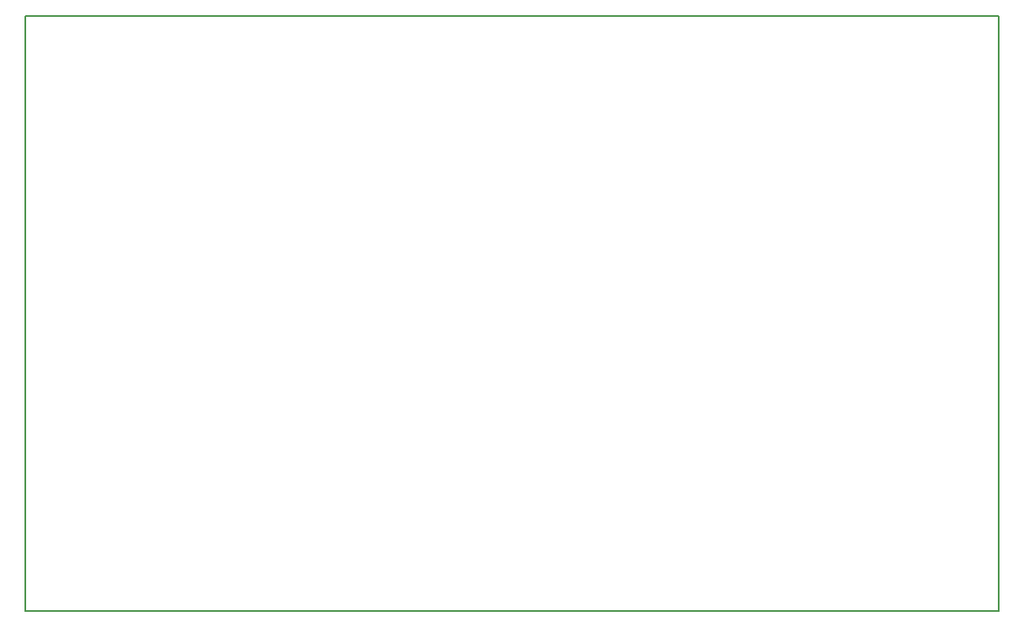
<source format=gm1>
G04 MADE WITH FRITZING*
G04 WWW.FRITZING.ORG*
G04 DOUBLE SIDED*
G04 HOLES PLATED*
G04 CONTOUR ON CENTER OF CONTOUR VECTOR*
%ASAXBY*%
%FSLAX23Y23*%
%MOIN*%
%OFA0B0*%
%SFA1.0B1.0*%
%ADD10R,3.858270X2.362200*%
%ADD11C,0.008000*%
%ADD10C,0.008*%
%LNCONTOUR*%
G90*
G70*
G54D10*
G54D11*
X4Y2358D02*
X3854Y2358D01*
X3854Y4D01*
X4Y4D01*
X4Y2358D01*
D02*
G04 End of contour*
M02*
</source>
